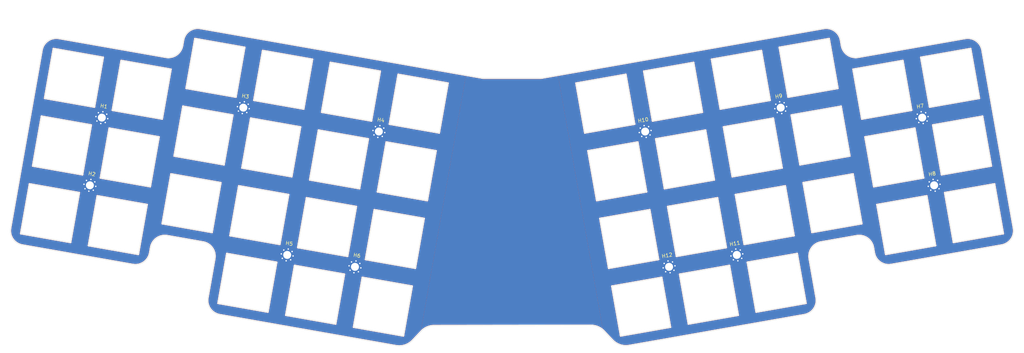
<source format=kicad_pcb>
(kicad_pcb (version 20240108) (generator "pcbnew") (generator_version "8.0")
  (title_block (title "Tapotin Keyboard") (date "2024-11-11") (rev "A") (company "MIT License"))
  (layers (0 "F.Cu" signal) (31 "B.Cu" signal) (34 "B.Paste" user) (35 "F.Paste" user) (36 "B.SilkS" user "B.Silkscreen") (37 "F.SilkS" user "F.Silkscreen") (38 "B.Mask" user) (39 "F.Mask" user) (44 "Edge.Cuts" user))
  (net 0 "")
  (net 1 "GND")
  (footprint "MountingHole:MountingHole_2.2mm_M2_Pad_Via" (layer "F.Cu") (at 293.330013 84.869759 10)
    (property "Reference" "H8" (at 0 -3.199999 10) (layer "F.SilkS"))
    (property "Value" "MountingHole_Pad" (hide yes))
    (pad "1" thru_hole circle (at -1.65 -0.000001 10) (size 0.7 0.7) (drill 0.4) (layers "*.Cu" "*.Mask") (net 1 "GND"))
    (pad "1" thru_hole circle (at -1.166726 -1.166726 10) (size 0.7 0.7) (drill 0.4) (layers "*.Cu" "*.Mask") (net 1 "GND"))
    (pad "1" thru_hole circle (at -1.166726 1.166726 10) (size 0.7 0.7) (drill 0.4) (layers "*.Cu" "*.Mask") (net 1 "GND"))
    (pad "1" thru_hole circle (at -0.000001 1.65 10) (size 0.7 0.7) (drill 0.4) (layers "*.Cu" "*.Mask") (net 1 "GND"))
    (pad "1" thru_hole circle (at 0 0 10) (size 4.4 4.4) (drill 2.2) (layers "*.Cu" "*.Mask") (net 1 "GND"))
    (pad "1" thru_hole circle (at 0.000001 -1.65 10) (size 0.7 0.7) (drill 0.4) (layers "*.Cu" "*.Mask") (net 1 "GND"))
    (pad "1" thru_hole circle (at 1.166726 -1.166726 10) (size 0.7 0.7) (drill 0.4) (layers "*.Cu" "*.Mask") (net 1 "GND"))
    (pad "1" thru_hole circle (at 1.166726 1.166726 10) (size 0.7 0.7) (drill 0.4) (layers "*.Cu" "*.Mask") (net 1 "GND"))
    (pad "1" thru_hole circle (at 1.65 0.000001 10) (size 0.7 0.7) (drill 0.4) (layers "*.Cu" "*.Mask") (net 1 "GND"))
  )
  (footprint "MountingHole:MountingHole_2.2mm_M2_Pad_Via" (layer "F.Cu") (at 220.134282 107.422694 10)
    (property "Reference" "H12" (at 0 -3.199999 10) (layer "F.SilkS"))
    (property "Value" "MountingHole_Pad" (hide yes))
    (pad "1" thru_hole circle (at -1.65 -0.000001 10) (size 0.7 0.7) (drill 0.4) (layers "*.Cu" "*.Mask") (net 1 "GND"))
    (pad "1" thru_hole circle (at -1.166726 -1.166726 10) (size 0.7 0.7) (drill 0.4) (layers "*.Cu" "*.Mask") (net 1 "GND"))
    (pad "1" thru_hole circle (at -1.166726 1.166726 10) (size 0.7 0.7) (drill 0.4) (layers "*.Cu" "*.Mask") (net 1 "GND"))
    (pad "1" thru_hole circle (at -0.000001 1.65 10) (size 0.7 0.7) (drill 0.4) (layers "*.Cu" "*.Mask") (net 1 "GND"))
    (pad "1" thru_hole circle (at 0 0 10) (size 4.4 4.4) (drill 2.2) (layers "*.Cu" "*.Mask") (net 1 "GND"))
    (pad "1" thru_hole circle (at 0.000001 -1.65 10) (size 0.7 0.7) (drill 0.4) (layers "*.Cu" "*.Mask") (net 1 "GND"))
    (pad "1" thru_hole circle (at 1.166726 -1.166726 10) (size 0.7 0.7) (drill 0.4) (layers "*.Cu" "*.Mask") (net 1 "GND"))
    (pad "1" thru_hole circle (at 1.166726 1.166726 10) (size 0.7 0.7) (drill 0.4) (layers "*.Cu" "*.Mask") (net 1 "GND"))
    (pad "1" thru_hole circle (at 1.65 0.000001 10) (size 0.7 0.7) (drill 0.4) (layers "*.Cu" "*.Mask") (net 1 "GND"))
  )
  (footprint "MountingHole:MountingHole_2.2mm_M2_Pad_Via" (layer "F.Cu") (at 238.84563 104.123379 10)
    (property "Reference" "H11" (at 0 -3.199999 10) (layer "F.SilkS"))
    (property "Value" "MountingHole_Pad" (hide yes))
    (pad "1" thru_hole circle (at -1.65 -0.000001 10) (size 0.7 0.7) (drill 0.4) (layers "*.Cu" "*.Mask") (net 1 "GND"))
    (pad "1" thru_hole circle (at -1.166726 -1.166726 10) (size 0.7 0.7) (drill 0.4) (layers "*.Cu" "*.Mask") (net 1 "GND"))
    (pad "1" thru_hole circle (at -1.166726 1.166726 10) (size 0.7 0.7) (drill 0.4) (layers "*.Cu" "*.Mask") (net 1 "GND"))
    (pad "1" thru_hole circle (at -0.000001 1.65 10) (size 0.7 0.7) (drill 0.4) (layers "*.Cu" "*.Mask") (net 1 "GND"))
    (pad "1" thru_hole circle (at 0 0 10) (size 4.4 4.4) (drill 2.2) (layers "*.Cu" "*.Mask") (net 1 "GND"))
    (pad "1" thru_hole circle (at 0.000001 -1.65 10) (size 0.7 0.7) (drill 0.4) (layers "*.Cu" "*.Mask") (net 1 "GND"))
    (pad "1" thru_hole circle (at 1.166726 -1.166726 10) (size 0.7 0.7) (drill 0.4) (layers "*.Cu" "*.Mask") (net 1 "GND"))
    (pad "1" thru_hole circle (at 1.166726 1.166726 10) (size 0.7 0.7) (drill 0.4) (layers "*.Cu" "*.Mask") (net 1 "GND"))
    (pad "1" thru_hole circle (at 1.65 0.000001 10) (size 0.7 0.7) (drill 0.4) (layers "*.Cu" "*.Mask") (net 1 "GND"))
  )
  (footprint "MountingHole:MountingHole_2.2mm_M2_Pad_Via" (layer "F.Cu") (at 290.030699 66.158413 10)
    (property "Reference" "H7" (at 0 -3.199999 10) (layer "F.SilkS"))
    (property "Value" "MountingHole_Pad" (hide yes))
    (pad "1" thru_hole circle (at -1.65 -0.000001 10) (size 0.7 0.7) (drill 0.4) (layers "*.Cu" "*.Mask") (net 1 "GND"))
    (pad "1" thru_hole circle (at -1.166726 -1.166726 10) (size 0.7 0.7) (drill 0.4) (layers "*.Cu" "*.Mask") (net 1 "GND"))
    (pad "1" thru_hole circle (at -1.166726 1.166726 10) (size 0.7 0.7) (drill 0.4) (layers "*.Cu" "*.Mask") (net 1 "GND"))
    (pad "1" thru_hole circle (at -0.000001 1.65 10) (size 0.7 0.7) (drill 0.4) (layers "*.Cu" "*.Mask") (net 1 "GND"))
    (pad "1" thru_hole circle (at 0 0 10) (size 4.4 4.4) (drill 2.2) (layers "*.Cu" "*.Mask") (net 1 "GND"))
    (pad "1" thru_hole circle (at 0.000001 -1.65 10) (size 0.7 0.7) (drill 0.4) (layers "*.Cu" "*.Mask") (net 1 "GND"))
    (pad "1" thru_hole circle (at 1.166726 -1.166726 10) (size 0.7 0.7) (drill 0.4) (layers "*.Cu" "*.Mask") (net 1 "GND"))
    (pad "1" thru_hole circle (at 1.166726 1.166726 10) (size 0.7 0.7) (drill 0.4) (layers "*.Cu" "*.Mask") (net 1 "GND"))
    (pad "1" thru_hole circle (at 1.65 0.000001 10) (size 0.7 0.7) (drill 0.4) (layers "*.Cu" "*.Mask") (net 1 "GND"))
  )
  (footprint "MountingHole:MountingHole_2.2mm_M2_Pad_Via" (layer "F.Cu") (at 133.401369 107.422693 -10)
    (property "Reference" "H6" (at 0 -3.199999 170) (layer "F.SilkS"))
    (property "Value" "MountingHole_Pad" (hide yes))
    (pad "1" thru_hole circle (at -1.65 0.000001 350) (size 0.7 0.7) (drill 0.4) (layers "*.Cu" "*.Mask") (net 1 "GND"))
    (pad "1" thru_hole circle (at -1.166726 -1.166726 350) (size 0.7 0.7) (drill 0.4) (layers "*.Cu" "*.Mask") (net 1 "GND"))
    (pad "1" thru_hole circle (at -1.166726 1.166726 350) (size 0.7 0.7) (drill 0.4) (layers "*.Cu" "*.Mask") (net 1 "GND"))
    (pad "1" thru_hole circle (at -0.000001 -1.65 350) (size 0.7 0.7) (drill 0.4) (layers "*.Cu" "*.Mask") (net 1 "GND"))
    (pad "1" thru_hole circle (at 0 0 350) (size 4.4 4.4) (drill 2.2) (layers "*.Cu" "*.Mask") (net 1 "GND"))
    (pad "1" thru_hole circle (at 0.000001 1.65 350) (size 0.7 0.7) (drill 0.4) (layers "*.Cu" "*.Mask") (net 1 "GND"))
    (pad "1" thru_hole circle (at 1.166726 -1.166726 350) (size 0.7 0.7) (drill 0.4) (layers "*.Cu" "*.Mask") (net 1 "GND"))
    (pad "1" thru_hole circle (at 1.166726 1.166726 350) (size 0.7 0.7) (drill 0.4) (layers "*.Cu" "*.Mask") (net 1 "GND"))
    (pad "1" thru_hole circle (at 1.65 -0.000001 350) (size 0.7 0.7) (drill 0.4) (layers "*.Cu" "*.Mask") (net 1 "GND"))
  )
  (footprint "MountingHole:MountingHole_2.2mm_M2_Pad_Via" (layer "F.Cu") (at 213.535652 70.000001 10)
    (property "Reference" "H10" (at 0 -3.199999 10) (layer "F.SilkS"))
    (property "Value" "MountingHole_Pad" (hide yes))
    (pad "1" thru_hole circle (at -1.65 -0.000001 10) (size 0.7 0.7) (drill 0.4) (layers "*.Cu" "*.Mask") (net 1 "GND"))
    (pad "1" thru_hole circle (at -1.166726 -1.166726 10) (size 0.7 0.7) (drill 0.4) (layers "*.Cu" "*.Mask") (net 1 "GND"))
    (pad "1" thru_hole circle (at -1.166726 1.166726 10) (size 0.7 0.7) (drill 0.4) (layers "*.Cu" "*.Mask") (net 1 "GND"))
    (pad "1" thru_hole circle (at -0.000001 1.65 10) (size 0.7 0.7) (drill 0.4) (layers "*.Cu" "*.Mask") (net 1 "GND"))
    (pad "1" thru_hole circle (at 0 0 10) (size 4.4 4.4) (drill 2.2) (layers "*.Cu" "*.Mask") (net 1 "GND"))
    (pad "1" thru_hole circle (at 0.000001 -1.65 10) (size 0.7 0.7) (drill 0.4) (layers "*.Cu" "*.Mask") (net 1 "GND"))
    (pad "1" thru_hole circle (at 1.166726 -1.166726 10) (size 0.7 0.7) (drill 0.4) (layers "*.Cu" "*.Mask") (net 1 "GND"))
    (pad "1" thru_hole circle (at 1.166726 1.166726 10) (size 0.7 0.7) (drill 0.4) (layers "*.Cu" "*.Mask") (net 1 "GND"))
    (pad "1" thru_hole circle (at 1.65 0.000001 10) (size 0.7 0.7) (drill 0.4) (layers "*.Cu" "*.Mask") (net 1 "GND"))
  )
  (footprint "MountingHole:MountingHole_2.2mm_M2_Pad_Via" (layer "F.Cu") (at 63.504953 66.158412 -10)
    (property "Reference" "H1" (at 0 -3.199999 170) (layer "F.SilkS"))
    (property "Value" "MountingHole_Pad" (hide yes))
    (pad "1" thru_hole circle (at -1.65 0.000001 350) (size 0.7 0.7) (drill 0.4) (layers "*.Cu" "*.Mask") (net 1 "GND"))
    (pad "1" thru_hole circle (at -1.166726 -1.166726 350) (size 0.7 0.7) (drill 0.4) (layers "*.Cu" "*.Mask") (net 1 "GND"))
    (pad "1" thru_hole circle (at -1.166726 1.166726 350) (size 0.7 0.7) (drill 0.4) (layers "*.Cu" "*.Mask") (net 1 "GND"))
    (pad "1" thru_hole circle (at -0.000001 -1.65 350) (size 0.7 0.7) (drill 0.4) (layers "*.Cu" "*.Mask") (net 1 "GND"))
    (pad "1" thru_hole circle (at 0 0 350) (size 4.4 4.4) (drill 2.2) (layers "*.Cu" "*.Mask") (net 1 "GND"))
    (pad "1" thru_hole circle (at 0.000001 1.65 350) (size 0.7 0.7) (drill 0.4) (layers "*.Cu" "*.Mask") (net 1 "GND"))
    (pad "1" thru_hole circle (at 1.166726 -1.166726 350) (size 0.7 0.7) (drill 0.4) (layers "*.Cu" "*.Mask") (net 1 "GND"))
    (pad "1" thru_hole circle (at 1.166726 1.166726 350) (size 0.7 0.7) (drill 0.4) (layers "*.Cu" "*.Mask") (net 1 "GND"))
    (pad "1" thru_hole circle (at 1.65 -0.000001 350) (size 0.7 0.7) (drill 0.4) (layers "*.Cu" "*.Mask") (net 1 "GND"))
  )
  (footprint "MountingHole:MountingHole_2.2mm_M2_Pad_Via" (layer "F.Cu") (at 60.205636 84.869757 -10)
    (property "Reference" "H2" (at 0 -3.199999 170) (layer "F.SilkS"))
    (property "Value" "MountingHole_Pad" (hide yes))
    (pad "1" thru_hole circle (at -1.65 0.000001 350) (size 0.7 0.7) (drill 0.4) (layers "*.Cu" "*.Mask") (net 1 "GND"))
    (pad "1" thru_hole circle (at -1.166726 -1.166726 350) (size 0.7 0.7) (drill 0.4) (layers "*.Cu" "*.Mask") (net 1 "GND"))
    (pad "1" thru_hole circle (at -1.166726 1.166726 350) (size 0.7 0.7) (drill 0.4) (layers "*.Cu" "*.Mask") (net 1 "GND"))
    (pad "1" thru_hole circle (at -0.000001 -1.65 350) (size 0.7 0.7) (drill 0.4) (layers "*.Cu" "*.Mask") (net 1 "GND"))
    (pad "1" thru_hole circle (at 0 0 350) (size 4.4 4.4) (drill 2.2) (layers "*.Cu" "*.Mask") (net 1 "GND"))
    (pad "1" thru_hole circle (at 0.000001 1.65 350) (size 0.7 0.7) (drill 0.4) (layers "*.Cu" "*.Mask") (net 1 "GND"))
    (pad "1" thru_hole circle (at 1.166726 -1.166726 350) (size 0.7 0.7) (drill 0.4) (layers "*.Cu" "*.Mask") (net 1 "GND"))
    (pad "1" thru_hole circle (at 1.166726 1.166726 350) (size 0.7 0.7) (drill 0.4) (layers "*.Cu" "*.Mask") (net 1 "GND"))
    (pad "1" thru_hole circle (at 1.65 -0.000001 350) (size 0.7 0.7) (drill 0.4) (layers "*.Cu" "*.Mask") (net 1 "GND"))
  )
  (footprint "MountingHole:MountingHole_2.2mm_M2_Pad_Via" (layer "F.Cu") (at 102.577305 63.401367 -10)
    (property "Reference" "H3" (at 0 -3.199999 170) (layer "F.SilkS"))
    (property "Value" "MountingHole_Pad" (hide yes))
    (pad "1" thru_hole circle (at -1.65 0.000001 350) (size 0.7 0.7) (drill 0.4) (layers "*.Cu" "*.Mask") (net 1 "GND"))
    (pad "1" thru_hole circle (at -1.166726 -1.166726 350) (size 0.7 0.7) (drill 0.4) (layers "*.Cu" "*.Mask") (net 1 "GND"))
    (pad "1" thru_hole circle (at -1.166726 1.166726 350) (size 0.7 0.7) (drill 0.4) (layers "*.Cu" "*.Mask") (net 1 "GND"))
    (pad "1" thru_hole circle (at -0.000001 -1.65 350) (size 0.7 0.7) (drill 0.4) (layers "*.Cu" "*.Mask") (net 1 "GND"))
    (pad "1" thru_hole circle (at 0 0 350) (size 4.4 4.4) (drill 2.2) (layers "*.Cu" "*.Mask") (net 1 "GND"))
    (pad "1" thru_hole circle (at 0.000001 1.65 350) (size 0.7 0.7) (drill 0.4) (layers "*.Cu" "*.Mask") (net 1 "GND"))
    (pad "1" thru_hole circle (at 1.166726 -1.166726 350) (size 0.7 0.7) (drill 0.4) (layers "*.Cu" "*.Mask") (net 1 "GND"))
    (pad "1" thru_hole circle (at 1.166726 1.166726 350) (size 0.7 0.7) (drill 0.4) (layers "*.Cu" "*.Mask") (net 1 "GND"))
    (pad "1" thru_hole circle (at 1.65 -0.000001 350) (size 0.7 0.7) (drill 0.4) (layers "*.Cu" "*.Mask") (net 1 "GND"))
  )
  (footprint "MountingHole:MountingHole_2.2mm_M2_Pad_Via" (layer "F.Cu") (at 140 70 -10)
    (property "Reference" "H4" (at 0 -3.199999 170) (layer "F.SilkS"))
    (property "Value" "MountingHole_Pad" (hide yes))
    (pad "1" thru_hole circle (at -1.65 0.000001 350) (size 0.7 0.7) (drill 0.4) (layers "*.Cu" "*.Mask") (net 1 "GND"))
    (pad "1" thru_hole circle (at -1.166726 -1.166726 350) (size 0.7 0.7) (drill 0.4) (layers "*.Cu" "*.Mask") (net 1 "GND"))
    (pad "1" thru_hole circle (at -1.166726 1.166726 350) (size 0.7 0.7) (drill 0.4) (layers "*.Cu" "*.Mask") (net 1 "GND"))
    (pad "1" thru_hole circle (at -0.000001 -1.65 350) (size 0.7 0.7) (drill 0.4) (layers "*.Cu" "*.Mask") (net 1 "GND"))
    (pad "1" thru_hole circle (at 0 0 350) (size 4.4 4.4) (drill 2.2) (layers "*.Cu" "*.Mask") (net 1 "GND"))
    (pad "1" thru_hole circle (at 0.000001 1.65 350) (size 0.7 0.7) (drill 0.4) (layers "*.Cu" "*.Mask") (net 1 "GND"))
    (pad "1" thru_hole circle (at 1.166726 -1.166726 350) (size 0.7 0.7) (drill 0.4) (layers "*.Cu" "*.Mask") (net 1 "GND"))
    (pad "1" thru_hole circle (at 1.166726 1.166726 350) (size 0.7 0.7) (drill 0.4) (layers "*.Cu" "*.Mask") (net 1 "GND"))
    (pad "1" thru_hole circle (at 1.65 -0.000001 350) (size 0.7 0.7) (drill 0.4) (layers "*.Cu" "*.Mask") (net 1 "GND"))
  )
  (footprint "MountingHole:MountingHole_2.2mm_M2_Pad_Via" (layer "F.Cu") (at 250.958345 63.401368 10)
    (property "Reference" "H9" (at 0 -3.199999 10) (layer "F.SilkS"))
    (property "Value" "MountingHole_Pad" (hide yes))
    (pad "1" thru_hole circle (at -1.65 -0.000001 10) (size 0.7 0.7) (drill 0.4) (layers "*.Cu" "*.Mask") (net 1 "GND"))
    (pad "1" thru_hole circle (at -1.166726 -1.166726 10) (size 0.7 0.7) (drill 0.4) (layers "*.Cu" "*.Mask") (net 1 "GND"))
    (pad "1" thru_hole circle (at -1.166726 1.166726 10) (size 0.7 0.7) (drill 0.4) (layers "*.Cu" "*.Mask") (net 1 "GND"))
    (pad "1" thru_hole circle (at -0.000001 1.65 10) (size 0.7 0.7) (drill 0.4) (layers "*.Cu" "*.Mask") (net 1 "GND"))
    (pad "1" thru_hole circle (at 0 0 10) (size 4.4 4.4) (drill 2.2) (layers "*.Cu" "*.Mask") (net 1 "GND"))
    (pad "1" thru_hole circle (at 0.000001 -1.65 10) (size 0.7 0.7) (drill 0.4) (layers "*.Cu" "*.Mask") (net 1 "GND"))
    (pad "1" thru_hole circle (at 1.166726 -1.166726 10) (size 0.7 0.7) (drill 0.4) (layers "*.Cu" "*.Mask") (net 1 "GND"))
    (pad "1" thru_hole circle (at 1.166726 1.166726 10) (size 0.7 0.7) (drill 0.4) (layers "*.Cu" "*.Mask") (net 1 "GND"))
    (pad "1" thru_hole circle (at 1.65 0.000001 10) (size 0.7 0.7) (drill 0.4) (layers "*.Cu" "*.Mask") (net 1 "GND"))
  )
  (footprint "MountingHole:MountingHole_2.2mm_M2_Pad_Via" (layer "F.Cu") (at 114.690022 104.123377 -10)
    (property "Reference" "H5" (at 0 -3.199999 170) (layer "F.SilkS"))
    (property "Value" "MountingHole_Pad" (hide yes))
    (pad "1" thru_hole circle (at -1.65 0.000001 350) (size 0.7 0.7) (drill 0.4) (layers "*.Cu" "*.Mask") (net 1 "GND"))
    (pad "1" thru_hole circle (at -1.166726 -1.166726 350) (size 0.7 0.7) (drill 0.4) (layers "*.Cu" "*.Mask") (net 1 "GND"))
    (pad "1" thru_hole circle (at -1.166726 1.166726 350) (size 0.7 0.7) (drill 0.4) (layers "*.Cu" "*.Mask") (net 1 "GND"))
    (pad "1" thru_hole circle (at -0.000001 -1.65 350) (size 0.7 0.7) (drill 0.4) (layers "*.Cu" "*.Mask") (net 1 "GND"))
    (pad "1" thru_hole circle (at 0 0 350) (size 4.4 4.4) (drill 2.2) (layers "*.Cu" "*.Mask") (net 1 "GND"))
    (pad "1" thru_hole circle (at 0.000001 1.65 350) (size 0.7 0.7) (drill 0.4) (layers "*.Cu" "*.Mask") (net 1 "GND"))
    (pad "1" thru_hole circle (at 1.166726 -1.166726 350) (size 0.7 0.7) (drill 0.4) (layers "*.Cu" "*.Mask") (net 1 "GND"))
    (pad "1" thru_hole circle (at 1.166726 1.166726 350) (size 0.7 0.7) (drill 0.4) (layers "*.Cu" "*.Mask") (net 1 "GND"))
    (pad "1" thru_hole circle (at 1.65 -0.000001 350) (size 0.7 0.7) (drill 0.4) (layers "*.Cu" "*.Mask") (net 1 "GND"))
  )
  (gr_poly (pts (xy 63.908127 49.474962) (xy 50.12082 47.043887) (xy 47.689746 60.831197) (xy 61.477054 63.262272)) (stroke (width 0.1)) (fill none) (layer "Edge.Cuts"))
  (gr_line (start 184.767828 55.261403) (end 262.836715 41.508869) (stroke (width 0.1)) (layer "Edge.Cuts"))
  (gr_poly (pts (xy 194.421126 56.615864) (xy 208.208435 54.184791) (xy 210.63951 67.972099) (xy 196.852202 70.403173)) (stroke (width 0.1)) (fill none) (layer "Edge.Cuts"))
  (gr_arc (start 86.065101 44.750706) (mid 87.710056 42.168746) (end 90.698929 41.506068) (stroke (width 0.1)) (layer "Edge.Cuts"))
  (gr_line (start 86.065101 44.750706) (end 85.804629 46.227917) (stroke (width 0.1)) (layer "Edge.Cuts"))
  (gr_line (start 198.545609 123.603702) (end 155.305419 123.659314) (stroke (width 0.1)) (layer "Edge.Cuts"))
  (gr_line (start 168.767828 55.261403) (end 184.767828 55.261403) (stroke (width 0.1)) (layer "Edge.Cuts"))
  (gr_poly (pts (xy 130.505228 109.450591) (xy 116.71792 107.019518) (xy 114.286845 120.806826) (xy 128.074156 123.2379)) (stroke (width 0.1)) (fill none) (layer "Edge.Cuts"))
  (gr_arc (start 258.830793 105.168869) (mid 259.493483 102.180028) (end 262.075435 100.535048) (stroke (width 0.1)) (layer "Edge.Cuts"))
  (gr_poly (pts (xy 149.216577 112.749907) (xy 135.429267 110.318833) (xy 132.998193 124.106141) (xy 146.785502 126.537216)) (stroke (width 0.1)) (fill none) (layer "Edge.Cuts"))
  (gr_arc (start 271.923511 98.798567) (mid 274.912404 99.461197) (end 276.557331 102.043204) (stroke (width 0.1)) (layer "Edge.Cuts"))
  (gr_poly (pts (xy 201.019758 94.038559) (xy 214.807066 91.607484) (xy 217.23814 105.394794) (xy 203.450832 107.825867)) (stroke (width 0.1)) (fill none) (layer "Edge.Cuts"))
  (gr_poly (pts (xy 296.226151 86.897656) (xy 310.013459 84.466582) (xy 312.444535 98.253889) (xy 298.657227 100.684965)) (stroke (width 0.1)) (fill none) (layer "Edge.Cuts"))
  (gr_poly (pts (xy 289.62752 49.474962) (xy 303.414829 47.043887) (xy 305.845905 60.831196) (xy 292.058596 63.26227)) (stroke (width 0.1)) (fill none) (layer "Edge.Cuts"))
  (gr_poly (pts (xy 79.320161 71.485624) (xy 65.532851 69.054551) (xy 63.101776 82.841859) (xy 76.889086 85.272934)) (stroke (width 0.1)) (fill none) (layer "Edge.Cuts"))
  (gr_poly (pts (xy 57.309497 86.897657) (xy 43.522188 84.466584) (xy 41.091114 98.25389) (xy 54.878422 100.684965)) (stroke (width 0.1)) (fill none) (layer "Edge.Cuts"))
  (gr_arc (start 41.55498 101.381961) (mid 38.972973 99.737033) (end 38.31034 96.748138) (stroke (width 0.1)) (layer "Edge.Cuts"))
  (gr_poly (pts (xy 137.10386 72.027898) (xy 123.316552 69.596823) (xy 120.885477 83.384132) (xy 134.672784 85.815205)) (stroke (width 0.1)) (fill none) (layer "Edge.Cuts"))
  (gr_poly (pts (xy 292.926837 68.18631) (xy 306.714145 65.755234) (xy 309.145219 79.542543) (xy 295.357911 81.973617)) (stroke (width 0.1)) (fill none) (layer "Edge.Cuts"))
  (gr_line (start 90.698929 41.506068) (end 168.767828 55.261403) (stroke (width 0.1)) (layer "Edge.Cuts"))
  (gr_poly (pts (xy 253.854485 65.429266) (xy 267.641792 62.998192) (xy 270.072868 76.7855) (xy 256.285558 79.216575)) (stroke (width 0.1)) (fill none) (layer "Edge.Cuts"))
  (gr_arc (start 149.221317 127.812204) (mid 147.177923 129.064124) (end 144.787346 129.231163) (stroke (width 0.1)) (layer "Edge.Cuts"))
  (gr_poly (pts (xy 76.020844 90.196973) (xy 62.233535 87.765897) (xy 59.802462 101.553206) (xy 73.58977 103.98428)) (stroke (width 0.1)) (fill none) (layer "Edge.Cuts"))
  (gr_poly (pts (xy 216.431788 72.027897) (xy 230.219098 69.596822) (xy 232.650173 83.384132) (xy 218.862864 85.815206)) (stroke (width 0.1)) (fill none) (layer "Edge.Cuts"))
  (gr_line (start 271.923511 98.798567) (end 262.075435 100.535048) (stroke (width 0.1)) (layer "Edge.Cuts"))
  (gr_arc (start 260.740923 116.001757) (mid 260.078336 118.990682) (end 257.496289 120.635575) (stroke (width 0.1)) (layer "Edge.Cuts"))
  (gr_line (start 311.98067 101.38196) (end 281.45163 106.765055) (stroke (width 0.1)) (layer "Edge.Cuts"))
  (gr_arc (start 46.992751 47.50775) (mid 48.637672 44.925726) (end 51.626572 44.263113) (stroke (width 0.1)) (layer "Edge.Cuts"))
  (gr_poly (pts (xy 235.143136 68.728582) (xy 248.930446 66.297506) (xy 251.361519 80.084816) (xy 237.574211 82.51589)) (stroke (width 0.1)) (fill none) (layer "Edge.Cuts"))
  (gr_poly (pts (xy 274.21549 71.485624) (xy 288.002797 69.05455) (xy 290.433872 82.841857) (xy 276.646563 85.272932)) (stroke (width 0.1)) (fill none) (layer "Edge.Cuts"))
  (gr_arc (start 262.836722 41.506069) (mid 265.825607 42.168704) (end 267.47055 44.750703) (stroke (width 0.1)) (layer "Edge.Cuts"))
  (gr_line (start 267.47055 44.750703) (end 267.731019 46.227918) (stroke (width 0.1)) (layer "Edge.Cuts"))
  (gr_poly (pts (xy 152.515891 94.03856) (xy 138.728583 91.607485) (xy 136.297509 105.394795) (xy 150.084816 107.825869)) (stroke (width 0.1)) (fill none) (layer "Edge.Cuts"))
  (gr_arc (start 91.460217 100.535048) (mid 94.042139 102.180042) (end 94.704855 105.16887) (stroke (width 0.1)) (layer "Edge.Cuts"))
  (gr_arc (start 209.063681 129.175554) (mid 206.67307 129.008607) (end 204.629712 127.756592) (stroke (width 0.1)) (layer "Edge.Cuts"))
  (gr_line (start 76.717842 103.520416) (end 76.978316 102.043204) (stroke (width 0.1)) (layer "Edge.Cuts"))
  (gr_arc (start 315.22531 96.748135) (mid 314.562687 99.737034) (end 311.98067 101.38196) (stroke (width 0.1)) (layer "Edge.Cuts"))
  (gr_poly (pts (xy 99.681165 65.429266) (xy 85.893857 62.998191) (xy 83.462781 76.785501) (xy 97.250091 79.216576)) (stroke (width 0.1)) (fill none) (layer "Edge.Cuts"))
  (gr_line (start 96.039363 120.63558) (end 144.787346 129.231163) (stroke (width 0.1)) (layer "Edge.Cuts"))
  (gr_poly (pts (xy 257.1538 84.140612) (xy 270.941108 81.709539) (xy 273.372181 95.496849) (xy 259.584873 97.927922)) (stroke (width 0.1)) (fill none) (layer "Edge.Cuts"))
  (gr_poly (pts (xy 115.093197 87.439929) (xy 101.305888 85.008855) (xy 98.874813 98.796164) (xy 112.662122 101.227237)) (stroke (width 0.1)) (fill none) (layer "Edge.Cuts"))
  (gr_poly (pts (xy 223.030421 109.450591) (xy 236.817728 107.019517) (xy 239.248803 120.806827) (xy 225.461494 123.237899)) (stroke (width 0.1)) (fill none) (layer "Edge.Cuts"))
  (gr_line (start 41.55498 101.381961) (end 72.08402 106.765052) (stroke (width 0.1)) (layer "Edge.Cuts"))
  (gr_arc (start 76.978316 102.043204) (mid 78.623227 99.461177) (end 81.612137 98.798566) (stroke (width 0.1)) (layer "Edge.Cuts"))
  (gr_poly (pts (xy 238.442452 87.439929) (xy 252.22976 85.008855) (xy 254.660836 98.796164) (xy 240.873527 101.227237)) (stroke (width 0.1)) (fill none) (layer "Edge.Cuts"))
  (gr_arc (start 272.364841 49.472561) (mid 269.375901 48.809967) (end 267.731019 46.227918) (stroke (width 0.1)) (layer "Edge.Cuts"))
  (gr_poly (pts (xy 270.916173 52.774277) (xy 284.703484 50.343202) (xy 287.134557 64.130511) (xy 273.347248 66.561586)) (stroke (width 0.1)) (fill none) (layer "Edge.Cuts"))
  (gr_poly (pts (xy 155.815206 75.327212) (xy 142.027898 72.896139) (xy 139.596824 86.683446) (xy 153.384133 89.114522)) (stroke (width 0.1)) (fill none) (layer "Edge.Cuts"))
  (gr_line (start 94.704855 105.16887) (end 92.794725 116.001756) (stroke (width 0.1)) (layer "Edge.Cuts"))
  (gr_poly (pts (xy 60.608813 68.186309) (xy 46.821503 65.755235) (xy 44.390429 79.542543) (xy 58.177738 81.973617)) (stroke (width 0.1)) (fill none) (layer "Edge.Cuts"))
  (gr_arc (start 198.545609 123.603702) (mid 200.459034 123.98429) (end 202.081146 125.068169) (stroke (width 0.1)) (layer "Edge.Cuts"))
  (gr_poly (pts (xy 121.691828 50.017234) (xy 107.904519 47.586161) (xy 105.473445 61.373468) (xy 119.260752 63.804543)) (stroke (width 0.1)) (fill none) (layer "Edge.Cuts"))
  (gr_poly (pts (xy 213.132475 53.31655) (xy 226.919783 50.885474) (xy 229.350857 64.672785) (xy 215.563548 67.103858)) (stroke (width 0.1)) (fill none) (layer "Edge.Cuts"))
  (gr_arc (start 301.909077 44.263108) (mid 304.897961 44.925729) (end 306.5429 47.507751) (stroke (width 0.1)) (layer "Edge.Cuts"))
  (gr_poly (pts (xy 219.731105 90.739244) (xy 233.518413 88.30817) (xy 235.949488 102.095477) (xy 222.16218 104.526553)) (stroke (width 0.1)) (fill none) (layer "Edge.Cuts"))
  (gr_arc (start 96.039363 120.63558) (mid 93.457357 118.990649) (end 92.794725 116.001756) (stroke (width 0.1)) (layer "Edge.Cuts"))
  (gr_arc (start 281.45163 106.765055) (mid 278.462723 106.102453) (end 276.817806 103.520416) (stroke (width 0.1)) (layer "Edge.Cuts"))
  (gr_poly (pts (xy 231.843822 50.017233) (xy 245.631129 47.58616) (xy 248.062205 61.373467) (xy 234.274895 63.804543)) (stroke (width 0.1)) (fill none) (layer "Edge.Cuts"))
  (gr_line (start 258.830793 105.168869) (end 260.740925 116.001758) (stroke (width 0.1)) (layer "Edge.Cuts"))
  (gr_poly (pts (xy 82.619475 52.774279) (xy 68.832167 50.343203) (xy 66.401093 64.130512) (xy 80.1884 66.561587)) (stroke (width 0.1)) (fill none) (layer "Edge.Cuts"))
  (gr_line (start 204.629712 127.756592) (end 202.081146 125.068169) (stroke (width 0.1)) (layer "Edge.Cuts"))
  (gr_poly (pts (xy 197.720443 75.327212) (xy 211.50775 72.896139) (xy 213.938825 86.683445) (xy 200.151517 89.114521)) (stroke (width 0.1)) (fill none) (layer "Edge.Cuts"))
  (gr_poly (pts (xy 96.38185 84.140613) (xy 82.59454 81.709539) (xy 80.163467 95.496848) (xy 93.950774 97.927922)) (stroke (width 0.1)) (fill none) (layer "Edge.Cuts"))
  (gr_line (start 149.221317 127.812204) (end 151.769883 125.123778) (stroke (width 0.1)) (layer "Edge.Cuts"))
  (gr_arc (start 151.769883 125.123778) (mid 153.391982 124.039867) (end 155.305419 123.659314) (stroke (width 0.1)) (layer "Edge.Cuts"))
  (gr_poly (pts (xy 159.114522 56.615867) (xy 145.327213 54.184791) (xy 142.896139 67.9721) (xy 156.683447 70.403173)) (stroke (width 0.1)) (fill none) (layer "Edge.Cuts"))
  (gr_line (start 276.557331 102.043204) (end 276.817806 103.520416) (stroke (width 0.1)) (layer "Edge.Cuts"))
  (gr_poly (pts (xy 140.403174 53.316549) (xy 126.615866 50.885475) (xy 124.184791 64.672784) (xy 137.9721 67.10386)) (stroke (width 0.1)) (fill none) (layer "Edge.Cuts"))
  (gr_poly (pts (xy 204.319072 112.749906) (xy 218.106382 110.318831) (xy 220.537456 124.106141) (xy 206.750148 126.537215)) (stroke (width 0.1)) (fill none) (layer "Edge.Cuts"))
  (gr_poly (pts (xy 241.741767 106.151276) (xy 255.529076 103.720203) (xy 257.96015 117.50751) (xy 244.172842 119.938585)) (stroke (width 0.1)) (fill none) (layer "Edge.Cuts"))
  (gr_line (start 272.364841 49.472561) (end 301.909077 44.263108) (stroke (width 0.1)) (layer "Edge.Cuts"))
  (gr_arc (start 76.717842 103.520416) (mid 75.072906 106.102415) (end 72.08402 106.765052) (stroke (width 0.1)) (layer "Edge.Cuts"))
  (gr_poly (pts (xy 277.514804 90.196972) (xy 291.302113 87.765896) (xy 293.733187 101.553207) (xy 279.945878 103.98428)) (stroke (width 0.1)) (fill none) (layer "Edge.Cuts"))
  (gr_line (start 306.5429 47.507751) (end 315.22531 96.748135) (stroke (width 0.1)) (layer "Edge.Cuts"))
  (gr_poly (pts (xy 118.392512 68.728582) (xy 104.605204 66.297507) (xy 102.174131 80.084817) (xy 115.961438 82.515892)) (stroke (width 0.1)) (fill none) (layer "Edge.Cuts"))
  (gr_arc (start 85.804629 46.227917) (mid 84.159713 48.809949) (end 81.170803 49.472557) (stroke (width 0.1)) (layer "Edge.Cuts"))
  (gr_poly (pts (xy 133.804544 90.739246) (xy 120.017236 88.308171) (xy 117.58616 102.095478) (xy 131.37347 104.526554)) (stroke (width 0.1)) (fill none) (layer "Edge.Cuts"))
  (gr_line (start 51.626572 44.263113) (end 81.170803 49.472557) (stroke (width 0.1)) (layer "Edge.Cuts"))
  (gr_poly (pts (xy 111.793881 106.151278) (xy 98.006572 103.720202) (xy 95.575498 117.50751) (xy 109.362806 119.938586)) (stroke (width 0.1)) (fill none) (layer "Edge.Cuts"))
  (gr_poly (pts (xy 102.98048 46.71792) (xy 89.193171 44.286844) (xy 86.762098 58.074154) (xy 100.549406 60.505227)) (stroke (width 0.1)) (fill none) (layer "Edge.Cuts"))
  (gr_poly (pts (xy 250.555169 46.71792) (xy 264.342479 44.286844) (xy 266.773551 58.074152) (xy 252.986243 60.505226)) (stroke (width 0.1)) (fill none) (layer "Edge.Cuts"))
  (gr_line (start 257.496289 120.635575) (end 209.063681 129.175554) (stroke (width 0.1)) (layer "Edge.Cuts"))
  (gr_line (start 46.992751 47.50775) (end 38.31034 96.748138) (stroke (width 0.1)) (layer "Edge.Cuts"))
  (gr_line (start 81.612137 98.798566) (end 91.460217 100.535048) (stroke (width 0.1)) (layer "Edge.Cuts"))
  (zone (net 1) (net_name "GND") (layers "F&B.Cu") (name "RightFill") (priority 1) (connect_pads yes (clearance 0.5)) (min_thickness 0.5) (fill yes (thermal_gap 0.5) (thermal_bridge_width 0.5) (island_removal_mode 2) (island_area_min 20))
    (polygon (pts (xy 304.60423 33.633616) (xy 318.148787 110.44862) (xy 202.92628 130.765456) (xy 189.381722 53.950452)))
  )
  (zone (net 1) (net_name "GND") (layers "F&B.Cu") (name "LeftFill") (priority 1) (connect_pads yes (clearance 0.5)) (min_thickness 0.5) (fill yes (thermal_gap 0.5) (thermal_bridge_width 0.5) (island_removal_mode 2) (island_area_min 20))
    (polygon (pts (xy 164.153926 53.950454) (xy 150.609368 130.76546) (xy 35.38686 110.448623) (xy 48.931419 33.633619)))
  )
  (zone (net 1) (net_name "GND") (layers "F&B.Cu") (name "CenterFill") (priority 1) (connect_pads yes (clearance 0.5)) (min_thickness 0.5) (fill yes (thermal_gap 0.5) (thermal_bridge_width 0.5) (island_removal_mode 2) (island_area_min 20))
    (polygon (pts (xy 164.153926 53.950454) (xy 189.381722 53.950452) (xy 202.92628 130.765456) (xy 150.609368 130.76546)))
  )
)
</source>
